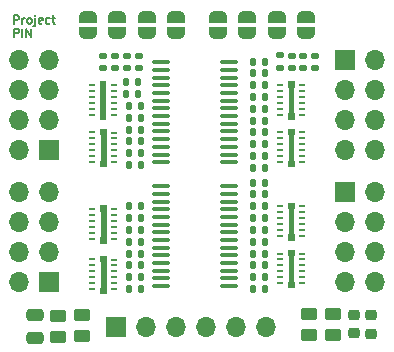
<source format=gbr>
%TF.GenerationSoftware,KiCad,Pcbnew,8.0.3-8.0.3-0~ubuntu22.04.1*%
%TF.CreationDate,2024-07-16T20:39:52+09:00*%
%TF.ProjectId,PCA9685_ver3,50434139-3638-4355-9f76-6572332e6b69,rev?*%
%TF.SameCoordinates,Original*%
%TF.FileFunction,Soldermask,Top*%
%TF.FilePolarity,Negative*%
%FSLAX46Y46*%
G04 Gerber Fmt 4.6, Leading zero omitted, Abs format (unit mm)*
G04 Created by KiCad (PCBNEW 8.0.3-8.0.3-0~ubuntu22.04.1) date 2024-07-16 20:39:52*
%MOMM*%
%LPD*%
G01*
G04 APERTURE LIST*
G04 Aperture macros list*
%AMRoundRect*
0 Rectangle with rounded corners*
0 $1 Rounding radius*
0 $2 $3 $4 $5 $6 $7 $8 $9 X,Y pos of 4 corners*
0 Add a 4 corners polygon primitive as box body*
4,1,4,$2,$3,$4,$5,$6,$7,$8,$9,$2,$3,0*
0 Add four circle primitives for the rounded corners*
1,1,$1+$1,$2,$3*
1,1,$1+$1,$4,$5*
1,1,$1+$1,$6,$7*
1,1,$1+$1,$8,$9*
0 Add four rect primitives between the rounded corners*
20,1,$1+$1,$2,$3,$4,$5,0*
20,1,$1+$1,$4,$5,$6,$7,0*
20,1,$1+$1,$6,$7,$8,$9,0*
20,1,$1+$1,$8,$9,$2,$3,0*%
%AMFreePoly0*
4,1,19,0.500000,-0.750000,0.000000,-0.750000,0.000000,-0.744911,-0.071157,-0.744911,-0.207708,-0.704816,-0.327430,-0.627875,-0.420627,-0.520320,-0.479746,-0.390866,-0.500000,-0.250000,-0.500000,0.250000,-0.479746,0.390866,-0.420627,0.520320,-0.327430,0.627875,-0.207708,0.704816,-0.071157,0.744911,0.000000,0.744911,0.000000,0.750000,0.500000,0.750000,0.500000,-0.750000,0.500000,-0.750000,
$1*%
%AMFreePoly1*
4,1,19,0.000000,0.744911,0.071157,0.744911,0.207708,0.704816,0.327430,0.627875,0.420627,0.520320,0.479746,0.390866,0.500000,0.250000,0.500000,-0.250000,0.479746,-0.390866,0.420627,-0.520320,0.327430,-0.627875,0.207708,-0.704816,0.071157,-0.744911,0.000000,-0.744911,0.000000,-0.750000,-0.500000,-0.750000,-0.500000,0.750000,0.000000,0.750000,0.000000,0.744911,0.000000,0.744911,
$1*%
G04 Aperture macros list end*
%ADD10C,0.150000*%
%ADD11C,0.010000*%
%ADD12RoundRect,0.062500X0.187500X0.062500X-0.187500X0.062500X-0.187500X-0.062500X0.187500X-0.062500X0*%
%ADD13RoundRect,0.062500X-0.187500X-0.062500X0.187500X-0.062500X0.187500X0.062500X-0.187500X0.062500X0*%
%ADD14RoundRect,0.135000X0.135000X0.185000X-0.135000X0.185000X-0.135000X-0.185000X0.135000X-0.185000X0*%
%ADD15RoundRect,0.135000X-0.135000X-0.185000X0.135000X-0.185000X0.135000X0.185000X-0.135000X0.185000X0*%
%ADD16R,1.700000X1.700000*%
%ADD17O,1.700000X1.700000*%
%ADD18RoundRect,0.250000X0.450000X-0.262500X0.450000X0.262500X-0.450000X0.262500X-0.450000X-0.262500X0*%
%ADD19FreePoly0,270.000000*%
%ADD20FreePoly1,270.000000*%
%ADD21RoundRect,0.135000X0.185000X-0.135000X0.185000X0.135000X-0.185000X0.135000X-0.185000X-0.135000X0*%
%ADD22RoundRect,0.225000X0.250000X-0.225000X0.250000X0.225000X-0.250000X0.225000X-0.250000X-0.225000X0*%
%ADD23RoundRect,0.100000X-0.637500X-0.100000X0.637500X-0.100000X0.637500X0.100000X-0.637500X0.100000X0*%
%ADD24RoundRect,0.250000X-0.475000X0.250000X-0.475000X-0.250000X0.475000X-0.250000X0.475000X0.250000X0*%
G04 APERTURE END LIST*
D10*
X132265350Y-64529572D02*
X132265350Y-63829572D01*
X132265350Y-63829572D02*
X132532017Y-63829572D01*
X132532017Y-63829572D02*
X132598684Y-63862905D01*
X132598684Y-63862905D02*
X132632017Y-63896239D01*
X132632017Y-63896239D02*
X132665350Y-63962905D01*
X132665350Y-63962905D02*
X132665350Y-64062905D01*
X132665350Y-64062905D02*
X132632017Y-64129572D01*
X132632017Y-64129572D02*
X132598684Y-64162905D01*
X132598684Y-64162905D02*
X132532017Y-64196239D01*
X132532017Y-64196239D02*
X132265350Y-64196239D01*
X132965350Y-64529572D02*
X132965350Y-64062905D01*
X132965350Y-64196239D02*
X132998684Y-64129572D01*
X132998684Y-64129572D02*
X133032017Y-64096239D01*
X133032017Y-64096239D02*
X133098684Y-64062905D01*
X133098684Y-64062905D02*
X133165350Y-64062905D01*
X133498683Y-64529572D02*
X133432017Y-64496239D01*
X133432017Y-64496239D02*
X133398683Y-64462905D01*
X133398683Y-64462905D02*
X133365350Y-64396239D01*
X133365350Y-64396239D02*
X133365350Y-64196239D01*
X133365350Y-64196239D02*
X133398683Y-64129572D01*
X133398683Y-64129572D02*
X133432017Y-64096239D01*
X133432017Y-64096239D02*
X133498683Y-64062905D01*
X133498683Y-64062905D02*
X133598683Y-64062905D01*
X133598683Y-64062905D02*
X133665350Y-64096239D01*
X133665350Y-64096239D02*
X133698683Y-64129572D01*
X133698683Y-64129572D02*
X133732017Y-64196239D01*
X133732017Y-64196239D02*
X133732017Y-64396239D01*
X133732017Y-64396239D02*
X133698683Y-64462905D01*
X133698683Y-64462905D02*
X133665350Y-64496239D01*
X133665350Y-64496239D02*
X133598683Y-64529572D01*
X133598683Y-64529572D02*
X133498683Y-64529572D01*
X134032016Y-64062905D02*
X134032016Y-64662905D01*
X134032016Y-64662905D02*
X133998683Y-64729572D01*
X133998683Y-64729572D02*
X133932016Y-64762905D01*
X133932016Y-64762905D02*
X133898683Y-64762905D01*
X134032016Y-63829572D02*
X133998683Y-63862905D01*
X133998683Y-63862905D02*
X134032016Y-63896239D01*
X134032016Y-63896239D02*
X134065350Y-63862905D01*
X134065350Y-63862905D02*
X134032016Y-63829572D01*
X134032016Y-63829572D02*
X134032016Y-63896239D01*
X134632016Y-64496239D02*
X134565349Y-64529572D01*
X134565349Y-64529572D02*
X134432016Y-64529572D01*
X134432016Y-64529572D02*
X134365349Y-64496239D01*
X134365349Y-64496239D02*
X134332016Y-64429572D01*
X134332016Y-64429572D02*
X134332016Y-64162905D01*
X134332016Y-64162905D02*
X134365349Y-64096239D01*
X134365349Y-64096239D02*
X134432016Y-64062905D01*
X134432016Y-64062905D02*
X134565349Y-64062905D01*
X134565349Y-64062905D02*
X134632016Y-64096239D01*
X134632016Y-64096239D02*
X134665349Y-64162905D01*
X134665349Y-64162905D02*
X134665349Y-64229572D01*
X134665349Y-64229572D02*
X134332016Y-64296239D01*
X135265349Y-64496239D02*
X135198683Y-64529572D01*
X135198683Y-64529572D02*
X135065349Y-64529572D01*
X135065349Y-64529572D02*
X134998683Y-64496239D01*
X134998683Y-64496239D02*
X134965349Y-64462905D01*
X134965349Y-64462905D02*
X134932016Y-64396239D01*
X134932016Y-64396239D02*
X134932016Y-64196239D01*
X134932016Y-64196239D02*
X134965349Y-64129572D01*
X134965349Y-64129572D02*
X134998683Y-64096239D01*
X134998683Y-64096239D02*
X135065349Y-64062905D01*
X135065349Y-64062905D02*
X135198683Y-64062905D01*
X135198683Y-64062905D02*
X135265349Y-64096239D01*
X135465349Y-64062905D02*
X135732016Y-64062905D01*
X135565349Y-63829572D02*
X135565349Y-64429572D01*
X135565349Y-64429572D02*
X135598683Y-64496239D01*
X135598683Y-64496239D02*
X135665349Y-64529572D01*
X135665349Y-64529572D02*
X135732016Y-64529572D01*
X132265350Y-65656533D02*
X132265350Y-64956533D01*
X132265350Y-64956533D02*
X132532017Y-64956533D01*
X132532017Y-64956533D02*
X132598684Y-64989866D01*
X132598684Y-64989866D02*
X132632017Y-65023200D01*
X132632017Y-65023200D02*
X132665350Y-65089866D01*
X132665350Y-65089866D02*
X132665350Y-65189866D01*
X132665350Y-65189866D02*
X132632017Y-65256533D01*
X132632017Y-65256533D02*
X132598684Y-65289866D01*
X132598684Y-65289866D02*
X132532017Y-65323200D01*
X132532017Y-65323200D02*
X132265350Y-65323200D01*
X132965350Y-65656533D02*
X132965350Y-64956533D01*
X133298683Y-65656533D02*
X133298683Y-64956533D01*
X133298683Y-64956533D02*
X133698683Y-65656533D01*
X133698683Y-65656533D02*
X133698683Y-64956533D01*
D11*
%TO.C,U10*%
X155945000Y-72570000D02*
X155455000Y-72570000D01*
X155455000Y-72130000D01*
X155945000Y-72130000D01*
X155945000Y-72570000D01*
G36*
X155945000Y-72570000D02*
G01*
X155455000Y-72570000D01*
X155455000Y-72130000D01*
X155945000Y-72130000D01*
X155945000Y-72570000D01*
G37*
X155945000Y-69870000D02*
X155455000Y-69870000D01*
X155455000Y-69430000D01*
X155945000Y-69430000D01*
X155945000Y-69870000D01*
G36*
X155945000Y-69870000D02*
G01*
X155455000Y-69870000D01*
X155455000Y-69430000D01*
X155945000Y-69430000D01*
X155945000Y-69870000D01*
G37*
X155900000Y-72100000D02*
X155500000Y-72100000D01*
X155500000Y-69900000D01*
X155900000Y-69900000D01*
X155900000Y-72100000D01*
G36*
X155900000Y-72100000D02*
G01*
X155500000Y-72100000D01*
X155500000Y-69900000D01*
X155900000Y-69900000D01*
X155900000Y-72100000D01*
G37*
%TO.C,U9*%
X155945000Y-76570000D02*
X155455000Y-76570000D01*
X155455000Y-76130000D01*
X155945000Y-76130000D01*
X155945000Y-76570000D01*
G36*
X155945000Y-76570000D02*
G01*
X155455000Y-76570000D01*
X155455000Y-76130000D01*
X155945000Y-76130000D01*
X155945000Y-76570000D01*
G37*
X155945000Y-73870000D02*
X155455000Y-73870000D01*
X155455000Y-73430000D01*
X155945000Y-73430000D01*
X155945000Y-73870000D01*
G36*
X155945000Y-73870000D02*
G01*
X155455000Y-73870000D01*
X155455000Y-73430000D01*
X155945000Y-73430000D01*
X155945000Y-73870000D01*
G37*
X155900000Y-76100000D02*
X155500000Y-76100000D01*
X155500000Y-73900000D01*
X155900000Y-73900000D01*
X155900000Y-76100000D01*
G36*
X155900000Y-76100000D02*
G01*
X155500000Y-76100000D01*
X155500000Y-73900000D01*
X155900000Y-73900000D01*
X155900000Y-76100000D01*
G37*
%TO.C,U6*%
X155945000Y-82820000D02*
X155455000Y-82820000D01*
X155455000Y-82380000D01*
X155945000Y-82380000D01*
X155945000Y-82820000D01*
G36*
X155945000Y-82820000D02*
G01*
X155455000Y-82820000D01*
X155455000Y-82380000D01*
X155945000Y-82380000D01*
X155945000Y-82820000D01*
G37*
X155945000Y-80120000D02*
X155455000Y-80120000D01*
X155455000Y-79680000D01*
X155945000Y-79680000D01*
X155945000Y-80120000D01*
G36*
X155945000Y-80120000D02*
G01*
X155455000Y-80120000D01*
X155455000Y-79680000D01*
X155945000Y-79680000D01*
X155945000Y-80120000D01*
G37*
X155900000Y-82350000D02*
X155500000Y-82350000D01*
X155500000Y-80150000D01*
X155900000Y-80150000D01*
X155900000Y-82350000D01*
G36*
X155900000Y-82350000D02*
G01*
X155500000Y-82350000D01*
X155500000Y-80150000D01*
X155900000Y-80150000D01*
X155900000Y-82350000D01*
G37*
%TO.C,U5*%
X155945000Y-86820000D02*
X155455000Y-86820000D01*
X155455000Y-86380000D01*
X155945000Y-86380000D01*
X155945000Y-86820000D01*
G36*
X155945000Y-86820000D02*
G01*
X155455000Y-86820000D01*
X155455000Y-86380000D01*
X155945000Y-86380000D01*
X155945000Y-86820000D01*
G37*
X155945000Y-84120000D02*
X155455000Y-84120000D01*
X155455000Y-83680000D01*
X155945000Y-83680000D01*
X155945000Y-84120000D01*
G36*
X155945000Y-84120000D02*
G01*
X155455000Y-84120000D01*
X155455000Y-83680000D01*
X155945000Y-83680000D01*
X155945000Y-84120000D01*
G37*
X155900000Y-86350000D02*
X155500000Y-86350000D01*
X155500000Y-84150000D01*
X155900000Y-84150000D01*
X155900000Y-86350000D01*
G36*
X155900000Y-86350000D02*
G01*
X155500000Y-86350000D01*
X155500000Y-84150000D01*
X155900000Y-84150000D01*
X155900000Y-86350000D01*
G37*
%TO.C,U4*%
X140045000Y-84620000D02*
X139555000Y-84620000D01*
X139555000Y-84180000D01*
X140045000Y-84180000D01*
X140045000Y-84620000D01*
G36*
X140045000Y-84620000D02*
G01*
X139555000Y-84620000D01*
X139555000Y-84180000D01*
X140045000Y-84180000D01*
X140045000Y-84620000D01*
G37*
X140045000Y-87320000D02*
X139555000Y-87320000D01*
X139555000Y-86880000D01*
X140045000Y-86880000D01*
X140045000Y-87320000D01*
G36*
X140045000Y-87320000D02*
G01*
X139555000Y-87320000D01*
X139555000Y-86880000D01*
X140045000Y-86880000D01*
X140045000Y-87320000D01*
G37*
X140000000Y-86850000D02*
X139600000Y-86850000D01*
X139600000Y-84650000D01*
X140000000Y-84650000D01*
X140000000Y-86850000D01*
G36*
X140000000Y-86850000D02*
G01*
X139600000Y-86850000D01*
X139600000Y-84650000D01*
X140000000Y-84650000D01*
X140000000Y-86850000D01*
G37*
%TO.C,U3*%
X140045000Y-80370000D02*
X139555000Y-80370000D01*
X139555000Y-79930000D01*
X140045000Y-79930000D01*
X140045000Y-80370000D01*
G36*
X140045000Y-80370000D02*
G01*
X139555000Y-80370000D01*
X139555000Y-79930000D01*
X140045000Y-79930000D01*
X140045000Y-80370000D01*
G37*
X140045000Y-83070000D02*
X139555000Y-83070000D01*
X139555000Y-82630000D01*
X140045000Y-82630000D01*
X140045000Y-83070000D01*
G36*
X140045000Y-83070000D02*
G01*
X139555000Y-83070000D01*
X139555000Y-82630000D01*
X140045000Y-82630000D01*
X140045000Y-83070000D01*
G37*
X140000000Y-82600000D02*
X139600000Y-82600000D01*
X139600000Y-80400000D01*
X140000000Y-80400000D01*
X140000000Y-82600000D01*
G36*
X140000000Y-82600000D02*
G01*
X139600000Y-82600000D01*
X139600000Y-80400000D01*
X140000000Y-80400000D01*
X140000000Y-82600000D01*
G37*
%TO.C,U8*%
X140045000Y-73870000D02*
X139555000Y-73870000D01*
X139555000Y-73430000D01*
X140045000Y-73430000D01*
X140045000Y-73870000D01*
G36*
X140045000Y-73870000D02*
G01*
X139555000Y-73870000D01*
X139555000Y-73430000D01*
X140045000Y-73430000D01*
X140045000Y-73870000D01*
G37*
X140045000Y-76570000D02*
X139555000Y-76570000D01*
X139555000Y-76130000D01*
X140045000Y-76130000D01*
X140045000Y-76570000D01*
G36*
X140045000Y-76570000D02*
G01*
X139555000Y-76570000D01*
X139555000Y-76130000D01*
X140045000Y-76130000D01*
X140045000Y-76570000D01*
G37*
X140000000Y-76100000D02*
X139600000Y-76100000D01*
X139600000Y-73900000D01*
X140000000Y-73900000D01*
X140000000Y-76100000D01*
G36*
X140000000Y-76100000D02*
G01*
X139600000Y-76100000D01*
X139600000Y-73900000D01*
X140000000Y-73900000D01*
X140000000Y-76100000D01*
G37*
%TO.C,U7*%
X139995000Y-69870000D02*
X139505000Y-69870000D01*
X139505000Y-69430000D01*
X139995000Y-69430000D01*
X139995000Y-69870000D01*
G36*
X139995000Y-69870000D02*
G01*
X139505000Y-69870000D01*
X139505000Y-69430000D01*
X139995000Y-69430000D01*
X139995000Y-69870000D01*
G37*
X139995000Y-72570000D02*
X139505000Y-72570000D01*
X139505000Y-72130000D01*
X139995000Y-72130000D01*
X139995000Y-72570000D01*
G36*
X139995000Y-72570000D02*
G01*
X139505000Y-72570000D01*
X139505000Y-72130000D01*
X139995000Y-72130000D01*
X139995000Y-72570000D01*
G37*
X139950000Y-72100000D02*
X139550000Y-72100000D01*
X139550000Y-69900000D01*
X139950000Y-69900000D01*
X139950000Y-72100000D01*
G36*
X139950000Y-72100000D02*
G01*
X139550000Y-72100000D01*
X139550000Y-69900000D01*
X139950000Y-69900000D01*
X139950000Y-72100000D01*
G37*
%TD*%
D12*
%TO.C,U10*%
X156625000Y-72250000D03*
X156625000Y-71750000D03*
X156625000Y-71250000D03*
X156625000Y-70750000D03*
X156625000Y-70250000D03*
X156625000Y-69750000D03*
X154750000Y-69750000D03*
X154750000Y-70250000D03*
X154750000Y-70750000D03*
X154750000Y-71250000D03*
X154750000Y-71750000D03*
X154750000Y-72245000D03*
%TD*%
%TO.C,U9*%
X156625000Y-76250000D03*
X156625000Y-75750000D03*
X156625000Y-75250000D03*
X156625000Y-74750000D03*
X156625000Y-74250000D03*
X156625000Y-73750000D03*
X154750000Y-73750000D03*
X154750000Y-74250000D03*
X154750000Y-74750000D03*
X154750000Y-75250000D03*
X154750000Y-75750000D03*
X154750000Y-76245000D03*
%TD*%
%TO.C,U6*%
X156625000Y-82500000D03*
X156625000Y-82000000D03*
X156625000Y-81500000D03*
X156625000Y-81000000D03*
X156625000Y-80500000D03*
X156625000Y-80000000D03*
X154750000Y-80000000D03*
X154750000Y-80500000D03*
X154750000Y-81000000D03*
X154750000Y-81500000D03*
X154750000Y-82000000D03*
X154750000Y-82495000D03*
%TD*%
%TO.C,U5*%
X156625000Y-86500000D03*
X156625000Y-86000000D03*
X156625000Y-85500000D03*
X156625000Y-85000000D03*
X156625000Y-84500000D03*
X156625000Y-84000000D03*
X154750000Y-84000000D03*
X154750000Y-84500000D03*
X154750000Y-85000000D03*
X154750000Y-85500000D03*
X154750000Y-86000000D03*
X154750000Y-86495000D03*
%TD*%
D13*
%TO.C,U4*%
X138875000Y-84500000D03*
X138875000Y-85000000D03*
X138875000Y-85500000D03*
X138875000Y-86000000D03*
X138875000Y-86500000D03*
X138875000Y-87000000D03*
X140750000Y-87000000D03*
X140750000Y-86500000D03*
X140750000Y-86000000D03*
X140750000Y-85500000D03*
X140750000Y-85000000D03*
X140750000Y-84505000D03*
%TD*%
%TO.C,U3*%
X138875000Y-80250000D03*
X138875000Y-80750000D03*
X138875000Y-81250000D03*
X138875000Y-81750000D03*
X138875000Y-82250000D03*
X138875000Y-82750000D03*
X140750000Y-82750000D03*
X140750000Y-82250000D03*
X140750000Y-81750000D03*
X140750000Y-81250000D03*
X140750000Y-80750000D03*
X140750000Y-80255000D03*
%TD*%
%TO.C,U8*%
X138875000Y-73750000D03*
X138875000Y-74250000D03*
X138875000Y-74750000D03*
X138875000Y-75250000D03*
X138875000Y-75750000D03*
X138875000Y-76250000D03*
X140750000Y-76250000D03*
X140750000Y-75750000D03*
X140750000Y-75250000D03*
X140750000Y-74750000D03*
X140750000Y-74250000D03*
X140750000Y-73755000D03*
%TD*%
%TO.C,U7*%
X138825000Y-69750000D03*
X138825000Y-70250000D03*
X138825000Y-70750000D03*
X138825000Y-71250000D03*
X138825000Y-71750000D03*
X138825000Y-72250000D03*
X140700000Y-72250000D03*
X140700000Y-71750000D03*
X140700000Y-71250000D03*
X140700000Y-70750000D03*
X140700000Y-70250000D03*
X140700000Y-69755000D03*
%TD*%
D14*
%TO.C,R6*%
X143000000Y-83000000D03*
X141980000Y-83000000D03*
%TD*%
D15*
%TO.C,R1*%
X152490000Y-79000000D03*
X153510000Y-79000000D03*
%TD*%
D16*
%TO.C,J2*%
X140900000Y-90250000D03*
D17*
X143440000Y-90250000D03*
X145980000Y-90250000D03*
X148520000Y-90250000D03*
X151060000Y-90250000D03*
X153600000Y-90250000D03*
%TD*%
D16*
%TO.C,J6*%
X135250000Y-86450000D03*
D17*
X132710000Y-86450000D03*
X135250000Y-83910000D03*
X132710000Y-83910000D03*
X135250000Y-81370000D03*
X132710000Y-81370000D03*
X135250000Y-78830000D03*
X132710000Y-78830000D03*
%TD*%
D18*
%TO.C,R25*%
X157250000Y-90912500D03*
X157250000Y-89087500D03*
%TD*%
D15*
%TO.C,R12*%
X152490000Y-86000000D03*
X153510000Y-86000000D03*
%TD*%
D19*
%TO.C,JP14*%
X157000000Y-64000000D03*
D20*
X157000000Y-65300000D03*
%TD*%
D15*
%TO.C,R13*%
X152490000Y-85000000D03*
X153510000Y-85000000D03*
%TD*%
D14*
%TO.C,R33*%
X143010000Y-71500000D03*
X141990000Y-71500000D03*
%TD*%
D21*
%TO.C,R49*%
X156750000Y-68260000D03*
X156750000Y-67240000D03*
%TD*%
D14*
%TO.C,R10*%
X143000000Y-87000000D03*
X141980000Y-87000000D03*
%TD*%
D15*
%TO.C,R42*%
X152500000Y-73750000D03*
X153520000Y-73750000D03*
%TD*%
D22*
%TO.C,C1*%
X161000000Y-90750000D03*
X161000000Y-89200000D03*
%TD*%
D23*
%TO.C,U1*%
X144737500Y-78300000D03*
X144737500Y-78950000D03*
X144737500Y-79600000D03*
X144737500Y-80250000D03*
X144737500Y-80900000D03*
X144737500Y-81550000D03*
X144737500Y-82200000D03*
X144737500Y-82850000D03*
X144737500Y-83500000D03*
X144737500Y-84150000D03*
X144737500Y-84800000D03*
X144737500Y-85450000D03*
X144737500Y-86100000D03*
X144737500Y-86750000D03*
X150462500Y-86750000D03*
X150462500Y-86100000D03*
X150462500Y-85450000D03*
X150462500Y-84800000D03*
X150462500Y-84150000D03*
X150462500Y-83500000D03*
X150462500Y-82850000D03*
X150462500Y-82200000D03*
X150462500Y-81550000D03*
X150462500Y-80900000D03*
X150462500Y-80250000D03*
X150462500Y-79600000D03*
X150462500Y-78950000D03*
X150462500Y-78300000D03*
%TD*%
D15*
%TO.C,R41*%
X152500000Y-74750000D03*
X153520000Y-74750000D03*
%TD*%
D18*
%TO.C,R27*%
X136000000Y-91087500D03*
X136000000Y-89262500D03*
%TD*%
D19*
%TO.C,JP1*%
X146000000Y-64000000D03*
D20*
X146000000Y-65300000D03*
%TD*%
D14*
%TO.C,R3*%
X143000000Y-80000000D03*
X141980000Y-80000000D03*
%TD*%
D19*
%TO.C,JP4*%
X138500000Y-64000000D03*
D20*
X138500000Y-65300000D03*
%TD*%
D14*
%TO.C,R38*%
X143010000Y-76500000D03*
X141990000Y-76500000D03*
%TD*%
D15*
%TO.C,R17*%
X152490000Y-81000000D03*
X153510000Y-81000000D03*
%TD*%
D19*
%TO.C,JP13*%
X154500000Y-64000000D03*
D20*
X154500000Y-65300000D03*
%TD*%
D16*
%TO.C,J1*%
X135250000Y-75250000D03*
D17*
X132710000Y-75250000D03*
X135250000Y-72710000D03*
X132710000Y-72710000D03*
X135250000Y-70170000D03*
X132710000Y-70170000D03*
X135250000Y-67630000D03*
X132710000Y-67630000D03*
%TD*%
D19*
%TO.C,JP11*%
X149500000Y-64000000D03*
D20*
X149500000Y-65300000D03*
%TD*%
D14*
%TO.C,R4*%
X143000000Y-81000000D03*
X141980000Y-81000000D03*
%TD*%
D15*
%TO.C,R16*%
X152490000Y-81990000D03*
X153510000Y-81990000D03*
%TD*%
D16*
%TO.C,J4*%
X160250000Y-67630000D03*
D17*
X162790000Y-67630000D03*
X160250000Y-70170000D03*
X162790000Y-70170000D03*
X160250000Y-72710000D03*
X162790000Y-72710000D03*
X160250000Y-75250000D03*
X162790000Y-75250000D03*
%TD*%
D21*
%TO.C,R47*%
X154750000Y-68250000D03*
X154750000Y-67230000D03*
%TD*%
%TO.C,R50*%
X157750000Y-68260000D03*
X157750000Y-67240000D03*
%TD*%
D15*
%TO.C,R11*%
X152470000Y-87000000D03*
X153490000Y-87000000D03*
%TD*%
%TO.C,R18*%
X152490000Y-80000000D03*
X153510000Y-80000000D03*
%TD*%
D22*
%TO.C,C3*%
X162500000Y-90775000D03*
X162500000Y-89225000D03*
%TD*%
D21*
%TO.C,R48*%
X155750000Y-68260000D03*
X155750000Y-67240000D03*
%TD*%
D23*
%TO.C,U2*%
X144737500Y-67815000D03*
X144737500Y-68465000D03*
X144737500Y-69115000D03*
X144737500Y-69765000D03*
X144737500Y-70415000D03*
X144737500Y-71065000D03*
X144737500Y-71715000D03*
X144737500Y-72365000D03*
X144737500Y-73015000D03*
X144737500Y-73665000D03*
X144737500Y-74315000D03*
X144737500Y-74965000D03*
X144737500Y-75615000D03*
X144737500Y-76265000D03*
X150462500Y-76265000D03*
X150462500Y-75615000D03*
X150462500Y-74965000D03*
X150462500Y-74315000D03*
X150462500Y-73665000D03*
X150462500Y-73015000D03*
X150462500Y-72365000D03*
X150462500Y-71715000D03*
X150462500Y-71065000D03*
X150462500Y-70415000D03*
X150462500Y-69765000D03*
X150462500Y-69115000D03*
X150462500Y-68465000D03*
X150462500Y-67815000D03*
%TD*%
D18*
%TO.C,R28*%
X138000000Y-91000000D03*
X138000000Y-89175000D03*
%TD*%
%TO.C,R26*%
X159250000Y-90912500D03*
X159250000Y-89087500D03*
%TD*%
D14*
%TO.C,R35*%
X143010000Y-73500000D03*
X141990000Y-73500000D03*
%TD*%
%TO.C,R34*%
X143010000Y-72500000D03*
X141990000Y-72500000D03*
%TD*%
D15*
%TO.C,R43*%
X152490000Y-72750000D03*
X153510000Y-72750000D03*
%TD*%
D14*
%TO.C,R31*%
X142760000Y-69500000D03*
X141740000Y-69500000D03*
%TD*%
%TO.C,R8*%
X143000000Y-85000000D03*
X141980000Y-85000000D03*
%TD*%
%TO.C,R36*%
X143000000Y-74500000D03*
X141980000Y-74500000D03*
%TD*%
%TO.C,R32*%
X142750000Y-70500000D03*
X141730000Y-70500000D03*
%TD*%
D15*
%TO.C,R40*%
X152500000Y-75740000D03*
X153520000Y-75740000D03*
%TD*%
D21*
%TO.C,R20*%
X141800000Y-68260000D03*
X141800000Y-67240000D03*
%TD*%
D15*
%TO.C,R29*%
X152480000Y-68750000D03*
X153500000Y-68750000D03*
%TD*%
D14*
%TO.C,R37*%
X143000000Y-75470000D03*
X141980000Y-75470000D03*
%TD*%
%TO.C,R7*%
X143000000Y-84000000D03*
X141980000Y-84000000D03*
%TD*%
D15*
%TO.C,R30*%
X152480000Y-67750000D03*
X153500000Y-67750000D03*
%TD*%
D19*
%TO.C,JP3*%
X141000000Y-64000000D03*
D20*
X141000000Y-65300000D03*
%TD*%
D19*
%TO.C,JP12*%
X152000000Y-64000000D03*
D20*
X152000000Y-65300000D03*
%TD*%
D15*
%TO.C,R39*%
X152490000Y-76750000D03*
X153510000Y-76750000D03*
%TD*%
%TO.C,R44*%
X152490000Y-71750000D03*
X153510000Y-71750000D03*
%TD*%
D19*
%TO.C,JP2*%
X143500000Y-64000000D03*
D20*
X143500000Y-65300000D03*
%TD*%
D15*
%TO.C,R2*%
X152490000Y-78000000D03*
X153510000Y-78000000D03*
%TD*%
%TO.C,R45*%
X152480000Y-70750000D03*
X153500000Y-70750000D03*
%TD*%
%TO.C,R15*%
X152480000Y-83000000D03*
X153500000Y-83000000D03*
%TD*%
%TO.C,R46*%
X152490000Y-69750000D03*
X153510000Y-69750000D03*
%TD*%
D21*
%TO.C,R22*%
X139810000Y-68260000D03*
X139810000Y-67240000D03*
%TD*%
%TO.C,R19*%
X142800000Y-68260000D03*
X142800000Y-67240000D03*
%TD*%
D14*
%TO.C,R5*%
X143000000Y-82000000D03*
X141980000Y-82000000D03*
%TD*%
D15*
%TO.C,R14*%
X152490000Y-84000000D03*
X153510000Y-84000000D03*
%TD*%
D21*
%TO.C,R21*%
X140810000Y-68260000D03*
X140810000Y-67240000D03*
%TD*%
D14*
%TO.C,R9*%
X143000000Y-86000000D03*
X141980000Y-86000000D03*
%TD*%
D16*
%TO.C,J3*%
X160250000Y-78830000D03*
D17*
X162790000Y-78830000D03*
X160250000Y-81370000D03*
X162790000Y-81370000D03*
X160250000Y-83910000D03*
X162790000Y-83910000D03*
X160250000Y-86450000D03*
X162790000Y-86450000D03*
%TD*%
D24*
%TO.C,C2*%
X134000000Y-89225000D03*
X134000000Y-91125000D03*
%TD*%
M02*

</source>
